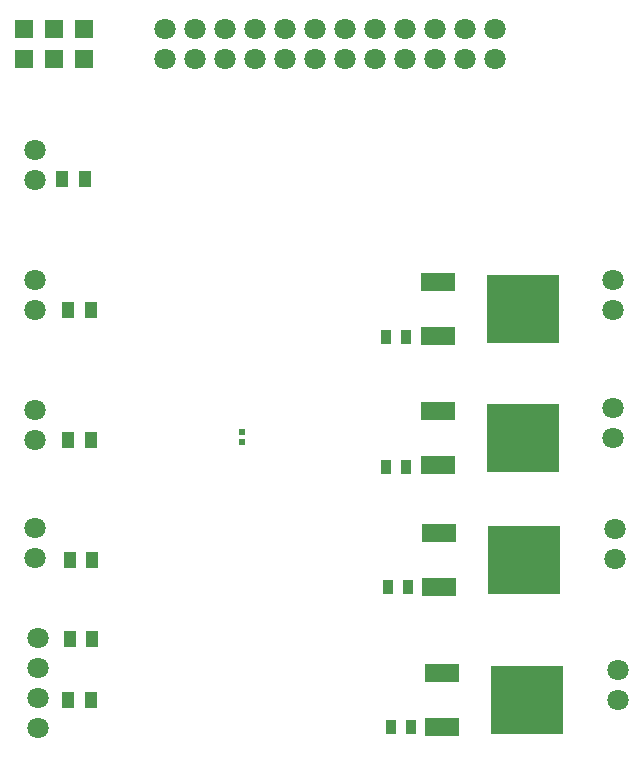
<source format=gbr>
G04 Layer_Color=255*
%FSLAX26Y26*%
%MOIN*%
%TF.FileFunction,Pads,Bot*%
%TF.Part,Single*%
G01*
G75*
%TA.AperFunction,SMDPad,CuDef*%
%ADD12R,0.033465X0.051181*%
%ADD16R,0.020472X0.020472*%
%TA.AperFunction,ComponentPad*%
%ADD19R,0.060000X0.060000*%
%ADD20C,0.070866*%
%TA.AperFunction,SMDPad,CuDef*%
%ADD31R,0.041339X0.055118*%
%ADD32R,0.118110X0.062992*%
%ADD33R,0.244095X0.228346*%
D12*
X1329488Y1042520D02*
D03*
X1396417D02*
D03*
X1329488Y1473071D02*
D03*
X1396417D02*
D03*
X1334488Y639842D02*
D03*
X1401417D02*
D03*
X1344488Y174327D02*
D03*
X1411417D02*
D03*
D16*
X848000Y1156748D02*
D03*
Y1125252D02*
D03*
D19*
X123032Y2501575D02*
D03*
X223032D02*
D03*
X323032D02*
D03*
Y2401575D02*
D03*
X223032D02*
D03*
X123032D02*
D03*
D20*
X157480Y2097244D02*
D03*
Y1997244D02*
D03*
X2101063Y365123D02*
D03*
Y265123D02*
D03*
X2086063Y1563150D02*
D03*
Y1663150D02*
D03*
X157480Y1664173D02*
D03*
Y1564173D02*
D03*
X2086063Y1239399D02*
D03*
Y1139399D02*
D03*
X157480Y1231102D02*
D03*
Y1131102D02*
D03*
Y737402D02*
D03*
Y837402D02*
D03*
X2091063Y735649D02*
D03*
Y835649D02*
D03*
X170000Y170000D02*
D03*
Y270000D02*
D03*
Y370000D02*
D03*
Y470000D02*
D03*
X1590551Y2401575D02*
D03*
Y2501575D02*
D03*
X1490551D02*
D03*
X1390551D02*
D03*
X1290551D02*
D03*
X1190551D02*
D03*
X1090551D02*
D03*
X990551D02*
D03*
X890551D02*
D03*
X790551D02*
D03*
X690551D02*
D03*
X590551D02*
D03*
X1490551Y2401575D02*
D03*
X1390551D02*
D03*
X1290551D02*
D03*
X1190551D02*
D03*
X1090551D02*
D03*
X990551D02*
D03*
X890551D02*
D03*
X790551D02*
D03*
X690551D02*
D03*
X590551D02*
D03*
X1690551Y2501575D02*
D03*
Y2401575D02*
D03*
D31*
X273622Y468504D02*
D03*
X348426D02*
D03*
X344489Y263779D02*
D03*
X269685D02*
D03*
X348426Y732283D02*
D03*
X273622D02*
D03*
X344489Y1129921D02*
D03*
X269685D02*
D03*
Y1562992D02*
D03*
X344489D02*
D03*
X324803Y2000000D02*
D03*
X250000D02*
D03*
D32*
X1500748Y1477402D02*
D03*
Y1657717D02*
D03*
Y1046850D02*
D03*
Y1227165D02*
D03*
X1505748Y640236D02*
D03*
Y820551D02*
D03*
X1515748Y174720D02*
D03*
Y355035D02*
D03*
D33*
X1784213Y1567559D02*
D03*
Y1137008D02*
D03*
X1789213Y730394D02*
D03*
X1799213Y264878D02*
D03*
%TF.MD5,934aa43b62c21be0f32d6b076ef2e326*%
M02*

</source>
